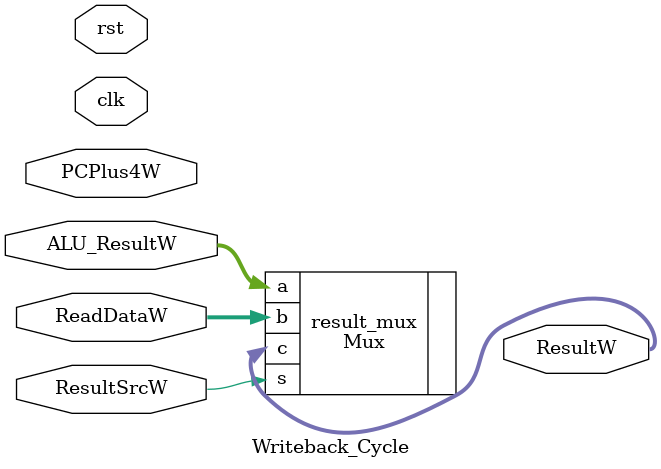
<source format=sv>
module Writeback_Cycle(clk, rst, ResultSrcW, PCPlus4W, ALU_ResultW, ReadDataW, ResultW);

// Declaration of IOs
input clk, rst, ResultSrcW;
input [31:0] PCPlus4W, ALU_ResultW, ReadDataW;

output [31:0] ResultW;

// Declaration of Module
Mux result_mux (    
                .a(ALU_ResultW),
                .b(ReadDataW),
                .s(ResultSrcW),
                .c(ResultW)
                );
endmodule

</source>
